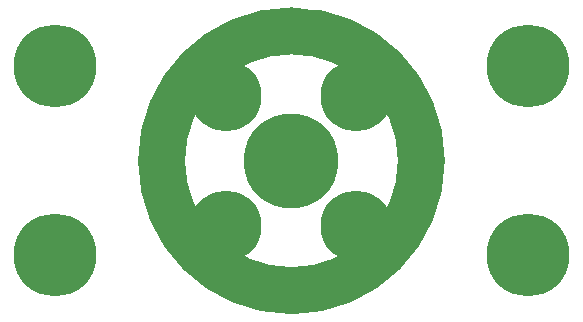
<source format=gts>
G04 #@! TF.GenerationSoftware,KiCad,Pcbnew,5.1.9+dfsg1-1*
G04 #@! TF.CreationDate,2023-01-27T15:42:53+09:00*
G04 #@! TF.ProjectId,bottom,626f7474-6f6d-42e6-9b69-6361645f7063,rev?*
G04 #@! TF.SameCoordinates,Original*
G04 #@! TF.FileFunction,Soldermask,Top*
G04 #@! TF.FilePolarity,Negative*
%FSLAX46Y46*%
G04 Gerber Fmt 4.6, Leading zero omitted, Abs format (unit mm)*
G04 Created by KiCad (PCBNEW 5.1.9+dfsg1-1) date 2023-01-27 15:42:53*
%MOMM*%
%LPD*%
G01*
G04 APERTURE LIST*
%ADD10C,4.000000*%
%ADD11C,7.000000*%
%ADD12C,6.000000*%
%ADD13C,8.000000*%
G04 APERTURE END LIST*
D10*
X154000000Y-103000000D02*
G75*
G03*
X154000000Y-103000000I-11000000J0D01*
G01*
D11*
X123000000Y-95000000D03*
X163000000Y-95000000D03*
X163000000Y-111000000D03*
X123000000Y-111000000D03*
D12*
X148500000Y-97500000D03*
X148500000Y-108500000D03*
X137500000Y-108500000D03*
X137500000Y-97500000D03*
D13*
X143000000Y-103000000D03*
M02*

</source>
